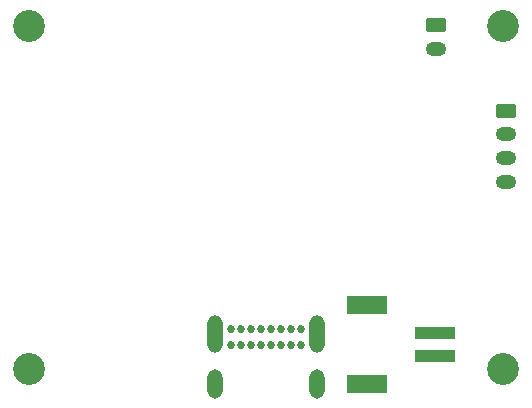
<source format=gbs>
G04 #@! TF.GenerationSoftware,KiCad,Pcbnew,(6.0.0)*
G04 #@! TF.CreationDate,2022-04-16T23:03:44-07:00*
G04 #@! TF.ProjectId,YellCube,59656c6c-4375-4626-952e-6b696361645f,rev?*
G04 #@! TF.SameCoordinates,Original*
G04 #@! TF.FileFunction,Soldermask,Bot*
G04 #@! TF.FilePolarity,Negative*
%FSLAX46Y46*%
G04 Gerber Fmt 4.6, Leading zero omitted, Abs format (unit mm)*
G04 Created by KiCad (PCBNEW (6.0.0)) date 2022-04-16 23:03:44*
%MOMM*%
%LPD*%
G01*
G04 APERTURE LIST*
G04 Aperture macros list*
%AMRoundRect*
0 Rectangle with rounded corners*
0 $1 Rounding radius*
0 $2 $3 $4 $5 $6 $7 $8 $9 X,Y pos of 4 corners*
0 Add a 4 corners polygon primitive as box body*
4,1,4,$2,$3,$4,$5,$6,$7,$8,$9,$2,$3,0*
0 Add four circle primitives for the rounded corners*
1,1,$1+$1,$2,$3*
1,1,$1+$1,$4,$5*
1,1,$1+$1,$6,$7*
1,1,$1+$1,$8,$9*
0 Add four rect primitives between the rounded corners*
20,1,$1+$1,$2,$3,$4,$5,0*
20,1,$1+$1,$4,$5,$6,$7,0*
20,1,$1+$1,$6,$7,$8,$9,0*
20,1,$1+$1,$8,$9,$2,$3,0*%
G04 Aperture macros list end*
%ADD10C,0.685800*%
%ADD11O,1.300000X3.200000*%
%ADD12O,1.300000X2.500000*%
%ADD13RoundRect,0.250000X-0.625000X0.350000X-0.625000X-0.350000X0.625000X-0.350000X0.625000X0.350000X0*%
%ADD14O,1.750000X1.200000*%
%ADD15C,2.700000*%
%ADD16R,3.500000X1.000000*%
%ADD17R,3.400001X1.500000*%
G04 APERTURE END LIST*
D10*
X134329949Y-113845400D03*
X135179949Y-113845400D03*
X136029949Y-113845400D03*
X136879949Y-113845400D03*
X137729950Y-113845400D03*
X138579948Y-113845400D03*
X139429949Y-113845400D03*
X140279950Y-113845400D03*
X140279950Y-115195400D03*
X139429949Y-115195400D03*
X138579948Y-115195400D03*
X137729950Y-115195400D03*
X136879949Y-115195400D03*
X136029949Y-115195400D03*
X135179949Y-115195400D03*
X134329949Y-115195400D03*
D11*
X132984948Y-114345399D03*
X141624948Y-114345399D03*
D12*
X141624948Y-118495401D03*
X132984948Y-118495401D03*
D13*
X151680000Y-88154000D03*
D14*
X151680000Y-90154000D03*
D13*
X157600000Y-95400000D03*
D14*
X157600000Y-97400000D03*
X157600000Y-99400000D03*
X157600000Y-101400000D03*
D15*
X117200000Y-88200000D03*
X157400000Y-117300000D03*
X117200000Y-117300000D03*
X157400000Y-88200000D03*
D16*
X151567000Y-116189000D03*
X151567000Y-114189000D03*
D17*
X145816999Y-111838999D03*
X145816999Y-118539001D03*
M02*

</source>
